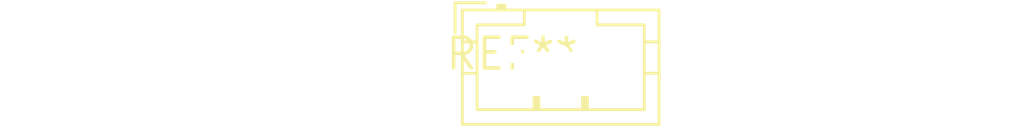
<source format=kicad_pcb>
(kicad_pcb (version 20240108) (generator pcbnew)
  (layers (0 "F.Cu" signal) (31 "B.Cu" signal) (34 "B.Paste" user) (35 "F.Paste" user) (36 "B.SilkS" user "B.Silkscreen") (37 "F.SilkS" user "F.Silkscreen") (38 "B.Mask" user) (39 "F.Mask" user) (44 "Edge.Cuts" user))
  (net 0 "")
  (footprint "JST_PH_B3B-PH-K_1x03_P2.00mm_Vertical" (layer "F.Cu") (at 0 0)
    (property "Reference" "REF**")
    (property "Value" "JST_PH_B3B-PH-K_1x03_P2.00mm_Vertical")
    (fp_line (start -2.36 -2.11) (end -2.36 -0.86) (layer "F.SilkS") (stroke (width 0.12)))
    (fp_line (start -2.06 -1.81) (end -2.06 2.91) (layer "F.SilkS") (stroke (width 0.12)))
    (fp_line (start -2.06 -0.5) (end -1.45 -0.5) (layer "F.SilkS") (stroke (width 0.12)))
    (fp_line (start -2.06 0.8) (end -1.45 0.8) (layer "F.SilkS") (stroke (width 0.12)))
    (fp_line (start -2.06 2.91) (end 6.06 2.91) (layer "F.SilkS") (stroke (width 0.12)))
    (fp_line (start -1.45 -1.2) (end -1.45 2.3) (layer "F.SilkS") (stroke (width 0.12)))
    (fp_line (start -1.45 2.3) (end 5.45 2.3) (layer "F.SilkS") (stroke (width 0.12)))
    (fp_line (start -1.11 -2.11) (end -2.36 -2.11) (layer "F.SilkS") (stroke (width 0.12)))
    (fp_line (start -0.6 -2.01) (end -0.6 -1.81) (layer "F.SilkS") (stroke (width 0.12)))
    (fp_line (start -0.3 -2.01) (end -0.6 -2.01) (layer "F.SilkS") (stroke (width 0.12)))
    (fp_line (start -0.3 -1.91) (end -0.6 -1.91) (layer "F.SilkS") (stroke (width 0.12)))
    (fp_line (start -0.3 -1.81) (end -0.3 -2.01) (layer "F.SilkS") (stroke (width 0.12)))
    (fp_line (start 0.5 -1.81) (end 0.5 -1.2) (layer "F.SilkS") (stroke (width 0.12)))
    (fp_line (start 0.5 -1.2) (end -1.45 -1.2) (layer "F.SilkS") (stroke (width 0.12)))
    (fp_line (start 0.9 1.8) (end 1.1 1.8) (layer "F.SilkS") (stroke (width 0.12)))
    (fp_line (start 0.9 2.3) (end 0.9 1.8) (layer "F.SilkS") (stroke (width 0.12)))
    (fp_line (start 1 2.3) (end 1 1.8) (layer "F.SilkS") (stroke (width 0.12)))
    (fp_line (start 1.1 1.8) (end 1.1 2.3) (layer "F.SilkS") (stroke (width 0.12)))
    (fp_line (start 2.9 1.8) (end 3.1 1.8) (layer "F.SilkS") (stroke (width 0.12)))
    (fp_line (start 2.9 2.3) (end 2.9 1.8) (layer "F.SilkS") (stroke (width 0.12)))
    (fp_line (start 3 2.3) (end 3 1.8) (layer "F.SilkS") (stroke (width 0.12)))
    (fp_line (start 3.1 1.8) (end 3.1 2.3) (layer "F.SilkS") (stroke (width 0.12)))
    (fp_line (start 3.5 -1.2) (end 3.5 -1.81) (layer "F.SilkS") (stroke (width 0.12)))
    (fp_line (start 5.45 -1.2) (end 3.5 -1.2) (layer "F.SilkS") (stroke (width 0.12)))
    (fp_line (start 5.45 2.3) (end 5.45 -1.2) (layer "F.SilkS") (stroke (width 0.12)))
    (fp_line (start 6.06 -1.81) (end -2.06 -1.81) (layer "F.SilkS") (stroke (width 0.12)))
    (fp_line (start 6.06 -0.5) (end 5.45 -0.5) (layer "F.SilkS") (stroke (width 0.12)))
    (fp_line (start 6.06 0.8) (end 5.45 0.8) (layer "F.SilkS") (stroke (width 0.12)))
    (fp_line (start 6.06 2.91) (end 6.06 -1.81) (layer "F.SilkS") (stroke (width 0.12)))
    (pad "1" thru_hole roundrect (at 0 0) (size 1.2 1.75) (drill 0.75) (layers *.Cu *.Mask) (remove_unused_layers) (roundrect_rratio 0.208333))
    (pad "2" thru_hole oval (at 2 0) (size 1.2 1.75) (drill 0.75) (layers *.Cu *.Mask) (remove_unused_layers))
    (pad "3" thru_hole oval (at 4 0) (size 1.2 1.75) (drill 0.75) (layers *.Cu *.Mask) (remove_unused_layers))
  )
)
</source>
